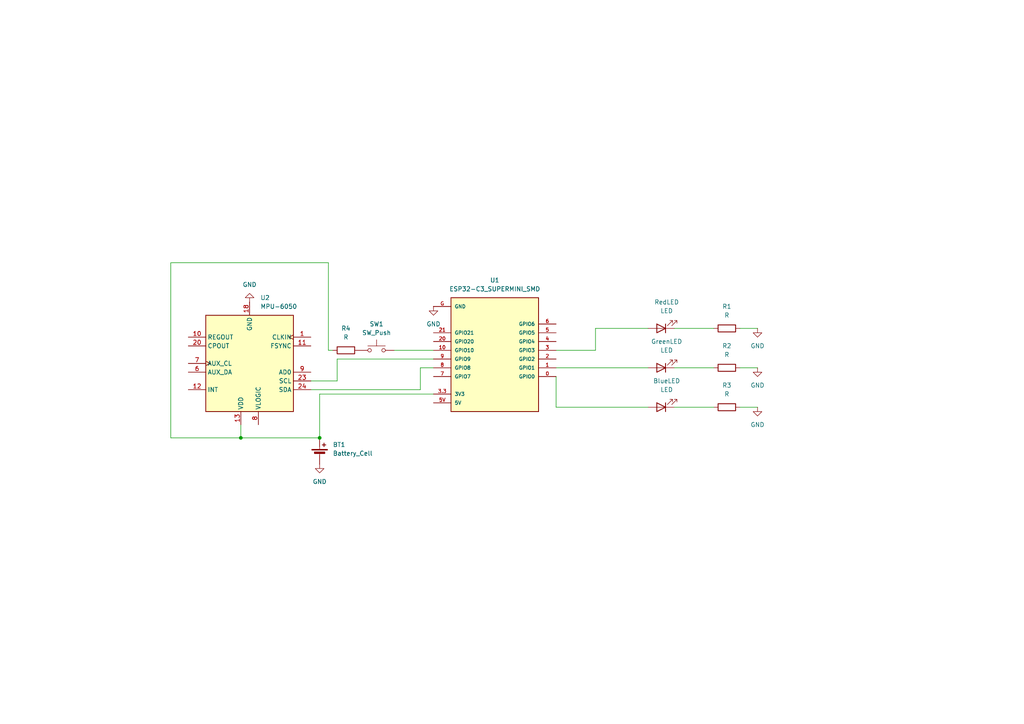
<source format=kicad_sch>
(kicad_sch
	(version 20250114)
	(generator "eeschema")
	(generator_version "9.0")
	(uuid "a167a866-e342-4e12-89b6-303473c7ed23")
	(paper "A4")
	(lib_symbols
		(symbol "Device:Battery_Cell"
			(pin_numbers
				(hide yes)
			)
			(pin_names
				(offset 0)
				(hide yes)
			)
			(exclude_from_sim no)
			(in_bom yes)
			(on_board yes)
			(property "Reference" "BT"
				(at 2.54 2.54 0)
				(effects
					(font
						(size 1.27 1.27)
					)
					(justify left)
				)
			)
			(property "Value" "Battery_Cell"
				(at 2.54 0 0)
				(effects
					(font
						(size 1.27 1.27)
					)
					(justify left)
				)
			)
			(property "Footprint" ""
				(at 0 1.524 90)
				(effects
					(font
						(size 1.27 1.27)
					)
					(hide yes)
				)
			)
			(property "Datasheet" "~"
				(at 0 1.524 90)
				(effects
					(font
						(size 1.27 1.27)
					)
					(hide yes)
				)
			)
			(property "Description" "Single-cell battery"
				(at 0 0 0)
				(effects
					(font
						(size 1.27 1.27)
					)
					(hide yes)
				)
			)
			(property "ki_keywords" "battery cell"
				(at 0 0 0)
				(effects
					(font
						(size 1.27 1.27)
					)
					(hide yes)
				)
			)
			(symbol "Battery_Cell_0_1"
				(rectangle
					(start -2.286 1.778)
					(end 2.286 1.524)
					(stroke
						(width 0)
						(type default)
					)
					(fill
						(type outline)
					)
				)
				(rectangle
					(start -1.524 1.016)
					(end 1.524 0.508)
					(stroke
						(width 0)
						(type default)
					)
					(fill
						(type outline)
					)
				)
				(polyline
					(pts
						(xy 0 1.778) (xy 0 2.54)
					)
					(stroke
						(width 0)
						(type default)
					)
					(fill
						(type none)
					)
				)
				(polyline
					(pts
						(xy 0 0.762) (xy 0 0)
					)
					(stroke
						(width 0)
						(type default)
					)
					(fill
						(type none)
					)
				)
				(polyline
					(pts
						(xy 0.762 3.048) (xy 1.778 3.048)
					)
					(stroke
						(width 0.254)
						(type default)
					)
					(fill
						(type none)
					)
				)
				(polyline
					(pts
						(xy 1.27 3.556) (xy 1.27 2.54)
					)
					(stroke
						(width 0.254)
						(type default)
					)
					(fill
						(type none)
					)
				)
			)
			(symbol "Battery_Cell_1_1"
				(pin passive line
					(at 0 5.08 270)
					(length 2.54)
					(name "+"
						(effects
							(font
								(size 1.27 1.27)
							)
						)
					)
					(number "1"
						(effects
							(font
								(size 1.27 1.27)
							)
						)
					)
				)
				(pin passive line
					(at 0 -2.54 90)
					(length 2.54)
					(name "-"
						(effects
							(font
								(size 1.27 1.27)
							)
						)
					)
					(number "2"
						(effects
							(font
								(size 1.27 1.27)
							)
						)
					)
				)
			)
			(embedded_fonts no)
		)
		(symbol "Device:LED"
			(pin_numbers
				(hide yes)
			)
			(pin_names
				(offset 1.016)
				(hide yes)
			)
			(exclude_from_sim no)
			(in_bom yes)
			(on_board yes)
			(property "Reference" "D"
				(at 0 2.54 0)
				(effects
					(font
						(size 1.27 1.27)
					)
				)
			)
			(property "Value" "LED"
				(at 0 -2.54 0)
				(effects
					(font
						(size 1.27 1.27)
					)
				)
			)
			(property "Footprint" ""
				(at 0 0 0)
				(effects
					(font
						(size 1.27 1.27)
					)
					(hide yes)
				)
			)
			(property "Datasheet" "~"
				(at 0 0 0)
				(effects
					(font
						(size 1.27 1.27)
					)
					(hide yes)
				)
			)
			(property "Description" "Light emitting diode"
				(at 0 0 0)
				(effects
					(font
						(size 1.27 1.27)
					)
					(hide yes)
				)
			)
			(property "Sim.Pins" "1=K 2=A"
				(at 0 0 0)
				(effects
					(font
						(size 1.27 1.27)
					)
					(hide yes)
				)
			)
			(property "ki_keywords" "LED diode"
				(at 0 0 0)
				(effects
					(font
						(size 1.27 1.27)
					)
					(hide yes)
				)
			)
			(property "ki_fp_filters" "LED* LED_SMD:* LED_THT:*"
				(at 0 0 0)
				(effects
					(font
						(size 1.27 1.27)
					)
					(hide yes)
				)
			)
			(symbol "LED_0_1"
				(polyline
					(pts
						(xy -3.048 -0.762) (xy -4.572 -2.286) (xy -3.81 -2.286) (xy -4.572 -2.286) (xy -4.572 -1.524)
					)
					(stroke
						(width 0)
						(type default)
					)
					(fill
						(type none)
					)
				)
				(polyline
					(pts
						(xy -1.778 -0.762) (xy -3.302 -2.286) (xy -2.54 -2.286) (xy -3.302 -2.286) (xy -3.302 -1.524)
					)
					(stroke
						(width 0)
						(type default)
					)
					(fill
						(type none)
					)
				)
				(polyline
					(pts
						(xy -1.27 0) (xy 1.27 0)
					)
					(stroke
						(width 0)
						(type default)
					)
					(fill
						(type none)
					)
				)
				(polyline
					(pts
						(xy -1.27 -1.27) (xy -1.27 1.27)
					)
					(stroke
						(width 0.254)
						(type default)
					)
					(fill
						(type none)
					)
				)
				(polyline
					(pts
						(xy 1.27 -1.27) (xy 1.27 1.27) (xy -1.27 0) (xy 1.27 -1.27)
					)
					(stroke
						(width 0.254)
						(type default)
					)
					(fill
						(type none)
					)
				)
			)
			(symbol "LED_1_1"
				(pin passive line
					(at -3.81 0 0)
					(length 2.54)
					(name "K"
						(effects
							(font
								(size 1.27 1.27)
							)
						)
					)
					(number "1"
						(effects
							(font
								(size 1.27 1.27)
							)
						)
					)
				)
				(pin passive line
					(at 3.81 0 180)
					(length 2.54)
					(name "A"
						(effects
							(font
								(size 1.27 1.27)
							)
						)
					)
					(number "2"
						(effects
							(font
								(size 1.27 1.27)
							)
						)
					)
				)
			)
			(embedded_fonts no)
		)
		(symbol "Device:R"
			(pin_numbers
				(hide yes)
			)
			(pin_names
				(offset 0)
			)
			(exclude_from_sim no)
			(in_bom yes)
			(on_board yes)
			(property "Reference" "R"
				(at 2.032 0 90)
				(effects
					(font
						(size 1.27 1.27)
					)
				)
			)
			(property "Value" "R"
				(at 0 0 90)
				(effects
					(font
						(size 1.27 1.27)
					)
				)
			)
			(property "Footprint" ""
				(at -1.778 0 90)
				(effects
					(font
						(size 1.27 1.27)
					)
					(hide yes)
				)
			)
			(property "Datasheet" "~"
				(at 0 0 0)
				(effects
					(font
						(size 1.27 1.27)
					)
					(hide yes)
				)
			)
			(property "Description" "Resistor"
				(at 0 0 0)
				(effects
					(font
						(size 1.27 1.27)
					)
					(hide yes)
				)
			)
			(property "ki_keywords" "R res resistor"
				(at 0 0 0)
				(effects
					(font
						(size 1.27 1.27)
					)
					(hide yes)
				)
			)
			(property "ki_fp_filters" "R_*"
				(at 0 0 0)
				(effects
					(font
						(size 1.27 1.27)
					)
					(hide yes)
				)
			)
			(symbol "R_0_1"
				(rectangle
					(start -1.016 -2.54)
					(end 1.016 2.54)
					(stroke
						(width 0.254)
						(type default)
					)
					(fill
						(type none)
					)
				)
			)
			(symbol "R_1_1"
				(pin passive line
					(at 0 3.81 270)
					(length 1.27)
					(name "~"
						(effects
							(font
								(size 1.27 1.27)
							)
						)
					)
					(number "1"
						(effects
							(font
								(size 1.27 1.27)
							)
						)
					)
				)
				(pin passive line
					(at 0 -3.81 90)
					(length 1.27)
					(name "~"
						(effects
							(font
								(size 1.27 1.27)
							)
						)
					)
					(number "2"
						(effects
							(font
								(size 1.27 1.27)
							)
						)
					)
				)
			)
			(embedded_fonts no)
		)
		(symbol "ESP32-C3_SUPERMINI_SMD:ESP32-C3_SUPERMINI_SMD"
			(pin_names
				(offset 1.016)
			)
			(exclude_from_sim no)
			(in_bom yes)
			(on_board yes)
			(property "Reference" "U"
				(at -12.7 16.002 0)
				(effects
					(font
						(size 1.27 1.27)
					)
					(justify left bottom)
				)
			)
			(property "Value" "ESP32-C3_SUPERMINI_SMD"
				(at -12.7 -20.32 0)
				(effects
					(font
						(size 1.27 1.27)
					)
					(justify left bottom)
				)
			)
			(property "Footprint" "ESP32-C3_SUPERMINI_SMD:MODULE_ESP32-C3_SUPERMINI"
				(at 0 0 0)
				(effects
					(font
						(size 1.27 1.27)
					)
					(justify bottom)
					(hide yes)
				)
			)
			(property "Datasheet" ""
				(at 0 0 0)
				(effects
					(font
						(size 1.27 1.27)
					)
					(hide yes)
				)
			)
			(property "Description" ""
				(at 0 0 0)
				(effects
					(font
						(size 1.27 1.27)
					)
					(hide yes)
				)
			)
			(property "MF" "Espressif Systems"
				(at 0 0 0)
				(effects
					(font
						(size 1.27 1.27)
					)
					(justify bottom)
					(hide yes)
				)
			)
			(property "MAXIMUM_PACKAGE_HEIGHT" "4.2mm"
				(at 0 0 0)
				(effects
					(font
						(size 1.27 1.27)
					)
					(justify bottom)
					(hide yes)
				)
			)
			(property "Package" "None"
				(at 0 0 0)
				(effects
					(font
						(size 1.27 1.27)
					)
					(justify bottom)
					(hide yes)
				)
			)
			(property "Price" "None"
				(at 0 0 0)
				(effects
					(font
						(size 1.27 1.27)
					)
					(justify bottom)
					(hide yes)
				)
			)
			(property "Check_prices" "https://www.snapeda.com/parts/ESP32-C3%20SuperMini_SMD/Espressif+Systems/view-part/?ref=eda"
				(at 0 0 0)
				(effects
					(font
						(size 1.27 1.27)
					)
					(justify bottom)
					(hide yes)
				)
			)
			(property "STANDARD" "Manufacturer Recommendations"
				(at 0 0 0)
				(effects
					(font
						(size 1.27 1.27)
					)
					(justify bottom)
					(hide yes)
				)
			)
			(property "PARTREV" ""
				(at 0 0 0)
				(effects
					(font
						(size 1.27 1.27)
					)
					(justify bottom)
					(hide yes)
				)
			)
			(property "SnapEDA_Link" "https://www.snapeda.com/parts/ESP32-C3%20SuperMini_SMD/Espressif+Systems/view-part/?ref=snap"
				(at 0 0 0)
				(effects
					(font
						(size 1.27 1.27)
					)
					(justify bottom)
					(hide yes)
				)
			)
			(property "MP" "ESP32-C3 SuperMini_SMD"
				(at 0 0 0)
				(effects
					(font
						(size 1.27 1.27)
					)
					(justify bottom)
					(hide yes)
				)
			)
			(property "Description_1" "Super tiny ESP32-C3 board"
				(at 0 0 0)
				(effects
					(font
						(size 1.27 1.27)
					)
					(justify bottom)
					(hide yes)
				)
			)
			(property "Availability" "Not in stock"
				(at 0 0 0)
				(effects
					(font
						(size 1.27 1.27)
					)
					(justify bottom)
					(hide yes)
				)
			)
			(property "MANUFACTURER" "Espressif"
				(at 0 0 0)
				(effects
					(font
						(size 1.27 1.27)
					)
					(justify bottom)
					(hide yes)
				)
			)
			(symbol "ESP32-C3_SUPERMINI_SMD_0_0"
				(rectangle
					(start -12.7 -17.78)
					(end 12.7 15.24)
					(stroke
						(width 0.254)
						(type default)
					)
					(fill
						(type background)
					)
				)
				(pin bidirectional line
					(at -17.78 5.08 0)
					(length 5.08)
					(name "GPIO0"
						(effects
							(font
								(size 1.016 1.016)
							)
						)
					)
					(number "0"
						(effects
							(font
								(size 1.016 1.016)
							)
						)
					)
				)
				(pin bidirectional line
					(at -17.78 2.54 0)
					(length 5.08)
					(name "GPIO1"
						(effects
							(font
								(size 1.016 1.016)
							)
						)
					)
					(number "1"
						(effects
							(font
								(size 1.016 1.016)
							)
						)
					)
				)
				(pin bidirectional line
					(at -17.78 0 0)
					(length 5.08)
					(name "GPIO2"
						(effects
							(font
								(size 1.016 1.016)
							)
						)
					)
					(number "2"
						(effects
							(font
								(size 1.016 1.016)
							)
						)
					)
				)
				(pin bidirectional line
					(at -17.78 -2.54 0)
					(length 5.08)
					(name "GPIO3"
						(effects
							(font
								(size 1.016 1.016)
							)
						)
					)
					(number "3"
						(effects
							(font
								(size 1.016 1.016)
							)
						)
					)
				)
				(pin bidirectional line
					(at -17.78 -5.08 0)
					(length 5.08)
					(name "GPIO4"
						(effects
							(font
								(size 1.016 1.016)
							)
						)
					)
					(number "4"
						(effects
							(font
								(size 1.016 1.016)
							)
						)
					)
				)
				(pin bidirectional line
					(at -17.78 -7.62 0)
					(length 5.08)
					(name "GPIO5"
						(effects
							(font
								(size 1.016 1.016)
							)
						)
					)
					(number "5"
						(effects
							(font
								(size 1.016 1.016)
							)
						)
					)
				)
				(pin bidirectional line
					(at -17.78 -10.16 0)
					(length 5.08)
					(name "GPIO6"
						(effects
							(font
								(size 1.016 1.016)
							)
						)
					)
					(number "6"
						(effects
							(font
								(size 1.016 1.016)
							)
						)
					)
				)
				(pin power_in line
					(at 17.78 12.7 180)
					(length 5.08)
					(name "5V"
						(effects
							(font
								(size 1.016 1.016)
							)
						)
					)
					(number "5V"
						(effects
							(font
								(size 1.016 1.016)
							)
						)
					)
				)
				(pin power_in line
					(at 17.78 10.16 180)
					(length 5.08)
					(name "3V3"
						(effects
							(font
								(size 1.016 1.016)
							)
						)
					)
					(number "3.3"
						(effects
							(font
								(size 1.016 1.016)
							)
						)
					)
				)
				(pin bidirectional line
					(at 17.78 5.08 180)
					(length 5.08)
					(name "GPIO7"
						(effects
							(font
								(size 1.016 1.016)
							)
						)
					)
					(number "7"
						(effects
							(font
								(size 1.016 1.016)
							)
						)
					)
				)
				(pin bidirectional line
					(at 17.78 2.54 180)
					(length 5.08)
					(name "GPIO8"
						(effects
							(font
								(size 1.016 1.016)
							)
						)
					)
					(number "8"
						(effects
							(font
								(size 1.016 1.016)
							)
						)
					)
				)
				(pin bidirectional line
					(at 17.78 0 180)
					(length 5.08)
					(name "GPIO9"
						(effects
							(font
								(size 1.016 1.016)
							)
						)
					)
					(number "9"
						(effects
							(font
								(size 1.016 1.016)
							)
						)
					)
				)
				(pin bidirectional line
					(at 17.78 -2.54 180)
					(length 5.08)
					(name "GPIO10"
						(effects
							(font
								(size 1.016 1.016)
							)
						)
					)
					(number "10"
						(effects
							(font
								(size 1.016 1.016)
							)
						)
					)
				)
				(pin bidirectional line
					(at 17.78 -5.08 180)
					(length 5.08)
					(name "GPIO20"
						(effects
							(font
								(size 1.016 1.016)
							)
						)
					)
					(number "20"
						(effects
							(font
								(size 1.016 1.016)
							)
						)
					)
				)
				(pin bidirectional line
					(at 17.78 -7.62 180)
					(length 5.08)
					(name "GPIO21"
						(effects
							(font
								(size 1.016 1.016)
							)
						)
					)
					(number "21"
						(effects
							(font
								(size 1.016 1.016)
							)
						)
					)
				)
				(pin power_in line
					(at 17.78 -15.24 180)
					(length 5.08)
					(name "GND"
						(effects
							(font
								(size 1.016 1.016)
							)
						)
					)
					(number "G"
						(effects
							(font
								(size 1.016 1.016)
							)
						)
					)
				)
			)
			(embedded_fonts no)
		)
		(symbol "Sensor_Motion:MPU-6050"
			(exclude_from_sim no)
			(in_bom yes)
			(on_board yes)
			(property "Reference" "U"
				(at -11.43 13.97 0)
				(effects
					(font
						(size 1.27 1.27)
					)
				)
			)
			(property "Value" "MPU-6050"
				(at 7.62 -15.24 0)
				(effects
					(font
						(size 1.27 1.27)
					)
				)
			)
			(property "Footprint" "Sensor_Motion:InvenSense_QFN-24_4x4mm_P0.5mm"
				(at 0 -20.32 0)
				(effects
					(font
						(size 1.27 1.27)
					)
					(hide yes)
				)
			)
			(property "Datasheet" "https://invensense.tdk.com/wp-content/uploads/2015/02/MPU-6000-Datasheet1.pdf"
				(at 0 -3.81 0)
				(effects
					(font
						(size 1.27 1.27)
					)
					(hide yes)
				)
			)
			(property "Description" "InvenSense 6-Axis Motion Sensor, Gyroscope, Accelerometer, I2C"
				(at 0 0 0)
				(effects
					(font
						(size 1.27 1.27)
					)
					(hide yes)
				)
			)
			(property "ki_keywords" "mems"
				(at 0 0 0)
				(effects
					(font
						(size 1.27 1.27)
					)
					(hide yes)
				)
			)
			(property "ki_fp_filters" "*QFN*4x4mm*P0.5mm*"
				(at 0 0 0)
				(effects
					(font
						(size 1.27 1.27)
					)
					(hide yes)
				)
			)
			(symbol "MPU-6050_0_0"
				(text ""
					(at 12.7 -2.54 0)
					(effects
						(font
							(size 1.27 1.27)
						)
					)
				)
			)
			(symbol "MPU-6050_0_1"
				(rectangle
					(start -12.7 13.97)
					(end 12.7 -13.97)
					(stroke
						(width 0.254)
						(type default)
					)
					(fill
						(type background)
					)
				)
			)
			(symbol "MPU-6050_1_1"
				(pin bidirectional line
					(at -17.78 7.62 0)
					(length 5.08)
					(name "SDA"
						(effects
							(font
								(size 1.27 1.27)
							)
						)
					)
					(number "24"
						(effects
							(font
								(size 1.27 1.27)
							)
						)
					)
				)
				(pin input line
					(at -17.78 5.08 0)
					(length 5.08)
					(name "SCL"
						(effects
							(font
								(size 1.27 1.27)
							)
						)
					)
					(number "23"
						(effects
							(font
								(size 1.27 1.27)
							)
						)
					)
				)
				(pin input line
					(at -17.78 2.54 0)
					(length 5.08)
					(name "AD0"
						(effects
							(font
								(size 1.27 1.27)
							)
						)
					)
					(number "9"
						(effects
							(font
								(size 1.27 1.27)
							)
						)
					)
				)
				(pin input line
					(at -17.78 -5.08 0)
					(length 5.08)
					(name "FSYNC"
						(effects
							(font
								(size 1.27 1.27)
							)
						)
					)
					(number "11"
						(effects
							(font
								(size 1.27 1.27)
							)
						)
					)
				)
				(pin input clock
					(at -17.78 -7.62 0)
					(length 5.08)
					(name "CLKIN"
						(effects
							(font
								(size 1.27 1.27)
							)
						)
					)
					(number "1"
						(effects
							(font
								(size 1.27 1.27)
							)
						)
					)
				)
				(pin no_connect line
					(at -12.7 12.7 0)
					(length 2.54)
					(hide yes)
					(name "NC"
						(effects
							(font
								(size 1.27 1.27)
							)
						)
					)
					(number "2"
						(effects
							(font
								(size 1.27 1.27)
							)
						)
					)
				)
				(pin no_connect line
					(at -12.7 10.16 0)
					(length 2.54)
					(hide yes)
					(name "NC"
						(effects
							(font
								(size 1.27 1.27)
							)
						)
					)
					(number "3"
						(effects
							(font
								(size 1.27 1.27)
							)
						)
					)
				)
				(pin no_connect line
					(at -12.7 0 0)
					(length 2.54)
					(hide yes)
					(name "NC"
						(effects
							(font
								(size 1.27 1.27)
							)
						)
					)
					(number "4"
						(effects
							(font
								(size 1.27 1.27)
							)
						)
					)
				)
				(pin no_connect line
					(at -12.7 -2.54 0)
					(length 2.54)
					(hide yes)
					(name "NC"
						(effects
							(font
								(size 1.27 1.27)
							)
						)
					)
					(number "5"
						(effects
							(font
								(size 1.27 1.27)
							)
						)
					)
				)
				(pin no_connect line
					(at -12.7 -10.16 0)
					(length 2.54)
					(hide yes)
					(name "NC"
						(effects
							(font
								(size 1.27 1.27)
							)
						)
					)
					(number "14"
						(effects
							(font
								(size 1.27 1.27)
							)
						)
					)
				)
				(pin power_in line
					(at -2.54 17.78 270)
					(length 3.81)
					(name "VLOGIC"
						(effects
							(font
								(size 1.27 1.27)
							)
						)
					)
					(number "8"
						(effects
							(font
								(size 1.27 1.27)
							)
						)
					)
				)
				(pin power_in line
					(at 0 -17.78 90)
					(length 3.81)
					(name "GND"
						(effects
							(font
								(size 1.27 1.27)
							)
						)
					)
					(number "18"
						(effects
							(font
								(size 1.27 1.27)
							)
						)
					)
				)
				(pin power_in line
					(at 2.54 17.78 270)
					(length 3.81)
					(name "VDD"
						(effects
							(font
								(size 1.27 1.27)
							)
						)
					)
					(number "13"
						(effects
							(font
								(size 1.27 1.27)
							)
						)
					)
				)
				(pin no_connect line
					(at 12.7 12.7 180)
					(length 2.54)
					(hide yes)
					(name "NC"
						(effects
							(font
								(size 1.27 1.27)
							)
						)
					)
					(number "15"
						(effects
							(font
								(size 1.27 1.27)
							)
						)
					)
				)
				(pin no_connect line
					(at 12.7 10.16 180)
					(length 2.54)
					(hide yes)
					(name "NC"
						(effects
							(font
								(size 1.27 1.27)
							)
						)
					)
					(number "16"
						(effects
							(font
								(size 1.27 1.27)
							)
						)
					)
				)
				(pin no_connect line
					(at 12.7 5.08 180)
					(length 2.54)
					(hide yes)
					(name "NC"
						(effects
							(font
								(size 1.27 1.27)
							)
						)
					)
					(number "17"
						(effects
							(font
								(size 1.27 1.27)
							)
						)
					)
				)
				(pin no_connect line
					(at 12.7 -2.54 180)
					(length 2.54)
					(hide yes)
					(name "RESV"
						(effects
							(font
								(size 1.27 1.27)
							)
						)
					)
					(number "21"
						(effects
							(font
								(size 1.27 1.27)
							)
						)
					)
				)
				(pin no_connect line
					(at 12.7 -10.16 180)
					(length 2.54)
					(hide yes)
					(name "RESV"
						(effects
							(font
								(size 1.27 1.27)
							)
						)
					)
					(number "19"
						(effects
							(font
								(size 1.27 1.27)
							)
						)
					)
				)
				(pin no_connect line
					(at 12.7 -12.7 180)
					(length 2.54)
					(hide yes)
					(name "RESV"
						(effects
							(font
								(size 1.27 1.27)
							)
						)
					)
					(number "22"
						(effects
							(font
								(size 1.27 1.27)
							)
						)
					)
				)
				(pin output line
					(at 17.78 7.62 180)
					(length 5.08)
					(name "INT"
						(effects
							(font
								(size 1.27 1.27)
							)
						)
					)
					(number "12"
						(effects
							(font
								(size 1.27 1.27)
							)
						)
					)
				)
				(pin bidirectional line
					(at 17.78 2.54 180)
					(length 5.08)
					(name "AUX_DA"
						(effects
							(font
								(size 1.27 1.27)
							)
						)
					)
					(number "6"
						(effects
							(font
								(size 1.27 1.27)
							)
						)
					)
				)
				(pin output clock
					(at 17.78 0 180)
					(length 5.08)
					(name "AUX_CL"
						(effects
							(font
								(size 1.27 1.27)
							)
						)
					)
					(number "7"
						(effects
							(font
								(size 1.27 1.27)
							)
						)
					)
				)
				(pin passive line
					(at 17.78 -5.08 180)
					(length 5.08)
					(name "CPOUT"
						(effects
							(font
								(size 1.27 1.27)
							)
						)
					)
					(number "20"
						(effects
							(font
								(size 1.27 1.27)
							)
						)
					)
				)
				(pin passive line
					(at 17.78 -7.62 180)
					(length 5.08)
					(name "REGOUT"
						(effects
							(font
								(size 1.27 1.27)
							)
						)
					)
					(number "10"
						(effects
							(font
								(size 1.27 1.27)
							)
						)
					)
				)
			)
			(embedded_fonts no)
		)
		(symbol "Switch:SW_Push"
			(pin_numbers
				(hide yes)
			)
			(pin_names
				(offset 1.016)
				(hide yes)
			)
			(exclude_from_sim no)
			(in_bom yes)
			(on_board yes)
			(property "Reference" "SW"
				(at 1.27 2.54 0)
				(effects
					(font
						(size 1.27 1.27)
					)
					(justify left)
				)
			)
			(property "Value" "SW_Push"
				(at 0 -1.524 0)
				(effects
					(font
						(size 1.27 1.27)
					)
				)
			)
			(property "Footprint" ""
				(at 0 5.08 0)
				(effects
					(font
						(size 1.27 1.27)
					)
					(hide yes)
				)
			)
			(property "Datasheet" "~"
				(at 0 5.08 0)
				(effects
					(font
						(size 1.27 1.27)
					)
					(hide yes)
				)
			)
			(property "Description" "Push button switch, generic, two pins"
				(at 0 0 0)
				(effects
					(font
						(size 1.27 1.27)
					)
					(hide yes)
				)
			)
			(property "ki_keywords" "switch normally-open pushbutton push-button"
				(at 0 0 0)
				(effects
					(font
						(size 1.27 1.27)
					)
					(hide yes)
				)
			)
			(symbol "SW_Push_0_1"
				(circle
					(center -2.032 0)
					(radius 0.508)
					(stroke
						(width 0)
						(type default)
					)
					(fill
						(type none)
					)
				)
				(polyline
					(pts
						(xy 0 1.27) (xy 0 3.048)
					)
					(stroke
						(width 0)
						(type default)
					)
					(fill
						(type none)
					)
				)
				(circle
					(center 2.032 0)
					(radius 0.508)
					(stroke
						(width 0)
						(type default)
					)
					(fill
						(type none)
					)
				)
				(polyline
					(pts
						(xy 2.54 1.27) (xy -2.54 1.27)
					)
					(stroke
						(width 0)
						(type default)
					)
					(fill
						(type none)
					)
				)
				(pin passive line
					(at -5.08 0 0)
					(length 2.54)
					(name "1"
						(effects
							(font
								(size 1.27 1.27)
							)
						)
					)
					(number "1"
						(effects
							(font
								(size 1.27 1.27)
							)
						)
					)
				)
				(pin passive line
					(at 5.08 0 180)
					(length 2.54)
					(name "2"
						(effects
							(font
								(size 1.27 1.27)
							)
						)
					)
					(number "2"
						(effects
							(font
								(size 1.27 1.27)
							)
						)
					)
				)
			)
			(embedded_fonts no)
		)
		(symbol "power:GND"
			(power)
			(pin_numbers
				(hide yes)
			)
			(pin_names
				(offset 0)
				(hide yes)
			)
			(exclude_from_sim no)
			(in_bom yes)
			(on_board yes)
			(property "Reference" "#PWR"
				(at 0 -6.35 0)
				(effects
					(font
						(size 1.27 1.27)
					)
					(hide yes)
				)
			)
			(property "Value" "GND"
				(at 0 -3.81 0)
				(effects
					(font
						(size 1.27 1.27)
					)
				)
			)
			(property "Footprint" ""
				(at 0 0 0)
				(effects
					(font
						(size 1.27 1.27)
					)
					(hide yes)
				)
			)
			(property "Datasheet" ""
				(at 0 0 0)
				(effects
					(font
						(size 1.27 1.27)
					)
					(hide yes)
				)
			)
			(property "Description" "Power symbol creates a global label with name \"GND\" , ground"
				(at 0 0 0)
				(effects
					(font
						(size 1.27 1.27)
					)
					(hide yes)
				)
			)
			(property "ki_keywords" "global power"
				(at 0 0 0)
				(effects
					(font
						(size 1.27 1.27)
					)
					(hide yes)
				)
			)
			(symbol "GND_0_1"
				(polyline
					(pts
						(xy 0 0) (xy 0 -1.27) (xy 1.27 -1.27) (xy 0 -2.54) (xy -1.27 -1.27) (xy 0 -1.27)
					)
					(stroke
						(width 0)
						(type default)
					)
					(fill
						(type none)
					)
				)
			)
			(symbol "GND_1_1"
				(pin power_in line
					(at 0 0 270)
					(length 0)
					(name "~"
						(effects
							(font
								(size 1.27 1.27)
							)
						)
					)
					(number "1"
						(effects
							(font
								(size 1.27 1.27)
							)
						)
					)
				)
			)
			(embedded_fonts no)
		)
	)
	(junction
		(at 92.71 127)
		(diameter 0)
		(color 0 0 0 0)
		(uuid "209977b6-a40b-4ddf-8c4a-f46cbc9ea619")
	)
	(junction
		(at 69.85 127)
		(diameter 0)
		(color 0 0 0 0)
		(uuid "57806119-0870-4a35-9561-3ca2184c1f08")
	)
	(wire
		(pts
			(xy 214.63 95.25) (xy 219.71 95.25)
		)
		(stroke
			(width 0)
			(type default)
		)
		(uuid "032ddbe2-5128-46cd-8443-08b9fa42a1ec")
	)
	(wire
		(pts
			(xy 69.85 127) (xy 92.71 127)
		)
		(stroke
			(width 0)
			(type default)
		)
		(uuid "10925e10-cb8f-4617-a114-33a22f67b13a")
	)
	(wire
		(pts
			(xy 161.29 109.22) (xy 161.29 118.11)
		)
		(stroke
			(width 0)
			(type default)
		)
		(uuid "1374e7ff-f373-4582-925b-bd60d8e157c2")
	)
	(wire
		(pts
			(xy 214.63 106.68) (xy 219.71 106.68)
		)
		(stroke
			(width 0)
			(type default)
		)
		(uuid "19996e2e-a41f-40db-8e7c-b8f96e4ac559")
	)
	(wire
		(pts
			(xy 172.72 95.25) (xy 187.96 95.25)
		)
		(stroke
			(width 0)
			(type default)
		)
		(uuid "32ba6db7-269e-4045-8de4-96b871a1601c")
	)
	(wire
		(pts
			(xy 90.17 113.03) (xy 121.92 113.03)
		)
		(stroke
			(width 0)
			(type default)
		)
		(uuid "3a1119e5-cc9a-4946-82b0-7c5d236020b7")
	)
	(wire
		(pts
			(xy 90.17 110.49) (xy 97.79 110.49)
		)
		(stroke
			(width 0)
			(type default)
		)
		(uuid "44a0d95a-4940-4afd-8bf0-cd3b957a93e8")
	)
	(wire
		(pts
			(xy 49.53 76.2) (xy 49.53 127)
		)
		(stroke
			(width 0)
			(type default)
		)
		(uuid "4d6239cf-365c-407d-a6f6-395a4f325812")
	)
	(wire
		(pts
			(xy 161.29 101.6) (xy 172.72 101.6)
		)
		(stroke
			(width 0)
			(type default)
		)
		(uuid "54ae6c63-b4d5-48d1-98bc-41592752b1c6")
	)
	(wire
		(pts
			(xy 195.58 95.25) (xy 207.01 95.25)
		)
		(stroke
			(width 0)
			(type default)
		)
		(uuid "56ea22f9-794f-4aee-b4e0-710c317fdee4")
	)
	(wire
		(pts
			(xy 97.79 104.14) (xy 97.79 110.49)
		)
		(stroke
			(width 0)
			(type default)
		)
		(uuid "6d849535-28ab-481d-82b0-d5758feb6fd8")
	)
	(wire
		(pts
			(xy 95.25 101.6) (xy 96.52 101.6)
		)
		(stroke
			(width 0)
			(type default)
		)
		(uuid "738cdede-e7dd-4f51-8c4c-a0893656bf01")
	)
	(wire
		(pts
			(xy 95.25 76.2) (xy 95.25 101.6)
		)
		(stroke
			(width 0)
			(type default)
		)
		(uuid "8370797a-7417-47b9-a7fc-4ef7e01a6150")
	)
	(wire
		(pts
			(xy 121.92 106.68) (xy 125.73 106.68)
		)
		(stroke
			(width 0)
			(type default)
		)
		(uuid "88ce1be3-ebee-403d-8d09-4895fa418531")
	)
	(wire
		(pts
			(xy 92.71 114.3) (xy 92.71 127)
		)
		(stroke
			(width 0)
			(type default)
		)
		(uuid "88d30cd8-c5d4-4985-a821-e50e9a369e59")
	)
	(wire
		(pts
			(xy 214.63 118.11) (xy 219.71 118.11)
		)
		(stroke
			(width 0)
			(type default)
		)
		(uuid "8c3df65e-c983-4472-aec7-344978b4689f")
	)
	(wire
		(pts
			(xy 125.73 104.14) (xy 97.79 104.14)
		)
		(stroke
			(width 0)
			(type default)
		)
		(uuid "8cd6e936-1721-4f41-baed-cc6eb3faa7a5")
	)
	(wire
		(pts
			(xy 69.85 123.19) (xy 69.85 127)
		)
		(stroke
			(width 0)
			(type default)
		)
		(uuid "922cb1fd-3b5e-4068-b933-f642690202c9")
	)
	(wire
		(pts
			(xy 125.73 114.3) (xy 92.71 114.3)
		)
		(stroke
			(width 0)
			(type default)
		)
		(uuid "93fccb36-bdd2-4989-b9e5-a47d3771d7bc")
	)
	(wire
		(pts
			(xy 161.29 118.11) (xy 187.96 118.11)
		)
		(stroke
			(width 0)
			(type default)
		)
		(uuid "97b1abe0-1505-4e30-95d3-6184c54d4814")
	)
	(wire
		(pts
			(xy 161.29 106.68) (xy 187.96 106.68)
		)
		(stroke
			(width 0)
			(type default)
		)
		(uuid "a4c9276d-ddd1-4072-8950-d9dfa6f2bd52")
	)
	(wire
		(pts
			(xy 121.92 113.03) (xy 121.92 106.68)
		)
		(stroke
			(width 0)
			(type default)
		)
		(uuid "ac977b91-c7d4-46eb-b2f7-76d886307248")
	)
	(wire
		(pts
			(xy 49.53 127) (xy 69.85 127)
		)
		(stroke
			(width 0)
			(type default)
		)
		(uuid "b78af876-eb66-4a75-8f69-160b82a21f16")
	)
	(wire
		(pts
			(xy 195.58 118.11) (xy 207.01 118.11)
		)
		(stroke
			(width 0)
			(type default)
		)
		(uuid "bf847301-898c-461d-8d9a-d7ef7a1117e9")
	)
	(wire
		(pts
			(xy 172.72 101.6) (xy 172.72 95.25)
		)
		(stroke
			(width 0)
			(type default)
		)
		(uuid "ec62af37-7859-4db3-b29a-b073c2146f9c")
	)
	(wire
		(pts
			(xy 195.58 106.68) (xy 207.01 106.68)
		)
		(stroke
			(width 0)
			(type default)
		)
		(uuid "edf2c201-7fb6-4d48-a05e-4d5fb2c120eb")
	)
	(wire
		(pts
			(xy 95.25 76.2) (xy 49.53 76.2)
		)
		(stroke
			(width 0)
			(type default)
		)
		(uuid "f181e09a-4295-47cb-9010-fd4e8e8ff8a0")
	)
	(wire
		(pts
			(xy 114.3 101.6) (xy 125.73 101.6)
		)
		(stroke
			(width 0)
			(type default)
		)
		(uuid "fa2a7aa8-32c9-4a30-9de9-9dc7f221c549")
	)
	(symbol
		(lib_id "Sensor_Motion:MPU-6050")
		(at 72.39 105.41 180)
		(unit 1)
		(exclude_from_sim no)
		(in_bom yes)
		(on_board yes)
		(dnp no)
		(fields_autoplaced yes)
		(uuid "20149d93-c252-4dc4-bae4-851aeaf3a3dc")
		(property "Reference" "U2"
			(at 75.5081 86.36 0)
			(effects
				(font
					(size 1.27 1.27)
				)
				(justify right)
			)
		)
		(property "Value" "MPU-6050"
			(at 75.5081 88.9 0)
			(effects
				(font
					(size 1.27 1.27)
				)
				(justify right)
			)
		)
		(property "Footprint" "Sensor_Motion:InvenSense_QFN-24_4x4mm_P0.5mm"
			(at 72.39 85.09 0)
			(effects
				(font
					(size 1.27 1.27)
				)
				(hide yes)
			)
		)
		(property "Datasheet" "https://invensense.tdk.com/wp-content/uploads/2015/02/MPU-6000-Datasheet1.pdf"
			(at 72.39 101.6 0)
			(effects
				(font
					(size 1.27 1.27)
				)
				(hide yes)
			)
		)
		(property "Description" "InvenSense 6-Axis Motion Sensor, Gyroscope, Accelerometer, I2C"
			(at 72.39 105.41 0)
			(effects
				(font
					(size 1.27 1.27)
				)
				(hide yes)
			)
		)
		(pin "23"
			(uuid "6dafd4c7-2707-489e-b00b-d919cfbb94f5")
		)
		(pin "24"
			(uuid "cbd92bc8-0954-43a5-be7a-cc9d5e80ce74")
		)
		(pin "16"
			(uuid "77e4b322-edae-4aaa-900c-30aa832e6844")
		)
		(pin "22"
			(uuid "4079fca8-ff5d-4a79-b7e3-3457490a1f09")
		)
		(pin "21"
			(uuid "fd596b1b-44b4-4d09-b107-a132093e4808")
		)
		(pin "14"
			(uuid "5cd514a5-0c7d-4cb6-896b-3436711ac196")
		)
		(pin "10"
			(uuid "898b6b12-3041-47eb-93c4-8881ccdca6e4")
		)
		(pin "11"
			(uuid "fd0d7274-5401-4ab2-921c-dca6e5decf50")
		)
		(pin "2"
			(uuid "9d85f9c6-e0f5-446c-aa98-81390239e7fc")
		)
		(pin "4"
			(uuid "ea91d789-6126-4505-996c-3bcbf46fad71")
		)
		(pin "13"
			(uuid "fa3088f3-915b-4b96-afe7-6a691826112b")
		)
		(pin "15"
			(uuid "74893e0c-5816-43bb-a489-5961dceabb73")
		)
		(pin "1"
			(uuid "74a44221-4837-4d61-91ee-a0d68e1b1641")
		)
		(pin "9"
			(uuid "9691200a-ff83-46b2-9d00-57eb61bb04eb")
		)
		(pin "20"
			(uuid "994db4fa-c74c-48b7-8ff3-628f5342a6f1")
		)
		(pin "18"
			(uuid "d8c6f788-f4a2-414f-a0bd-bfa639704823")
		)
		(pin "19"
			(uuid "3faa8646-ae93-4b1e-842f-c9e85cb049e7")
		)
		(pin "12"
			(uuid "e375c7bd-1daf-482d-919f-de09390bf1d0")
		)
		(pin "6"
			(uuid "d64d3313-85ee-484c-9c9b-2c0a8053830f")
		)
		(pin "3"
			(uuid "f0fb755b-156c-4580-aa51-1b4b7183c6c8")
		)
		(pin "5"
			(uuid "9a62709c-2c57-435d-82f5-7d32479ee749")
		)
		(pin "8"
			(uuid "2cb0ad31-f298-4bf7-ae65-9ff5dd37fd04")
		)
		(pin "17"
			(uuid "b8b27c2d-1269-48f0-a567-a4f7ace12836")
		)
		(pin "7"
			(uuid "55c9c850-f2ef-4a26-9586-66f660cb44dc")
		)
		(instances
			(project ""
				(path "/a167a866-e342-4e12-89b6-303473c7ed23"
					(reference "U2")
					(unit 1)
				)
			)
		)
	)
	(symbol
		(lib_id "power:GND")
		(at 219.71 95.25 0)
		(unit 1)
		(exclude_from_sim no)
		(in_bom yes)
		(on_board yes)
		(dnp no)
		(fields_autoplaced yes)
		(uuid "20446e32-c57e-46a8-8426-5edb786964bb")
		(property "Reference" "#PWR01"
			(at 219.71 101.6 0)
			(effects
				(font
					(size 1.27 1.27)
				)
				(hide yes)
			)
		)
		(property "Value" "GND"
			(at 219.71 100.33 0)
			(effects
				(font
					(size 1.27 1.27)
				)
			)
		)
		(property "Footprint" ""
			(at 219.71 95.25 0)
			(effects
				(font
					(size 1.27 1.27)
				)
				(hide yes)
			)
		)
		(property "Datasheet" ""
			(at 219.71 95.25 0)
			(effects
				(font
					(size 1.27 1.27)
				)
				(hide yes)
			)
		)
		(property "Description" "Power symbol creates a global label with name \"GND\" , ground"
			(at 219.71 95.25 0)
			(effects
				(font
					(size 1.27 1.27)
				)
				(hide yes)
			)
		)
		(pin "1"
			(uuid "acb34a92-3969-4790-a7d5-25882fb44eed")
		)
		(instances
			(project ""
				(path "/a167a866-e342-4e12-89b6-303473c7ed23"
					(reference "#PWR01")
					(unit 1)
				)
			)
		)
	)
	(symbol
		(lib_id "power:GND")
		(at 125.73 88.9 0)
		(unit 1)
		(exclude_from_sim no)
		(in_bom yes)
		(on_board yes)
		(dnp no)
		(fields_autoplaced yes)
		(uuid "2368b788-a2a3-4715-b368-142a863d25c7")
		(property "Reference" "#PWR04"
			(at 125.73 95.25 0)
			(effects
				(font
					(size 1.27 1.27)
				)
				(hide yes)
			)
		)
		(property "Value" "GND"
			(at 125.73 93.98 0)
			(effects
				(font
					(size 1.27 1.27)
				)
			)
		)
		(property "Footprint" ""
			(at 125.73 88.9 0)
			(effects
				(font
					(size 1.27 1.27)
				)
				(hide yes)
			)
		)
		(property "Datasheet" ""
			(at 125.73 88.9 0)
			(effects
				(font
					(size 1.27 1.27)
				)
				(hide yes)
			)
		)
		(property "Description" "Power symbol creates a global label with name \"GND\" , ground"
			(at 125.73 88.9 0)
			(effects
				(font
					(size 1.27 1.27)
				)
				(hide yes)
			)
		)
		(pin "1"
			(uuid "d6e40ea2-0fd8-4bd6-a187-7bd3966099d8")
		)
		(instances
			(project ""
				(path "/a167a866-e342-4e12-89b6-303473c7ed23"
					(reference "#PWR04")
					(unit 1)
				)
			)
		)
	)
	(symbol
		(lib_id "Device:R")
		(at 210.82 95.25 90)
		(unit 1)
		(exclude_from_sim no)
		(in_bom yes)
		(on_board yes)
		(dnp no)
		(fields_autoplaced yes)
		(uuid "282b0db4-0be4-44aa-85d5-cd4a7b17454c")
		(property "Reference" "R1"
			(at 210.82 88.9 90)
			(effects
				(font
					(size 1.27 1.27)
				)
			)
		)
		(property "Value" "R"
			(at 210.82 91.44 90)
			(effects
				(font
					(size 1.27 1.27)
				)
			)
		)
		(property "Footprint" ""
			(at 210.82 97.028 90)
			(effects
				(font
					(size 1.27 1.27)
				)
				(hide yes)
			)
		)
		(property "Datasheet" "~"
			(at 210.82 95.25 0)
			(effects
				(font
					(size 1.27 1.27)
				)
				(hide yes)
			)
		)
		(property "Description" "Resistor"
			(at 210.82 95.25 0)
			(effects
				(font
					(size 1.27 1.27)
				)
				(hide yes)
			)
		)
		(pin "2"
			(uuid "cd65e058-4992-4252-86b4-189cc6f1f91e")
		)
		(pin "1"
			(uuid "38686d2c-e0d2-47e1-bece-59f760fe8239")
		)
		(instances
			(project ""
				(path "/a167a866-e342-4e12-89b6-303473c7ed23"
					(reference "R1")
					(unit 1)
				)
			)
		)
	)
	(symbol
		(lib_id "Device:Battery_Cell")
		(at 92.71 132.08 0)
		(unit 1)
		(exclude_from_sim no)
		(in_bom yes)
		(on_board yes)
		(dnp no)
		(fields_autoplaced yes)
		(uuid "295b10be-e5dd-4fa9-8927-67e1be7ccf67")
		(property "Reference" "BT1"
			(at 96.52 128.9684 0)
			(effects
				(font
					(size 1.27 1.27)
				)
				(justify left)
			)
		)
		(property "Value" "Battery_Cell"
			(at 96.52 131.5084 0)
			(effects
				(font
					(size 1.27 1.27)
				)
				(justify left)
			)
		)
		(property "Footprint" ""
			(at 92.71 130.556 90)
			(effects
				(font
					(size 1.27 1.27)
				)
				(hide yes)
			)
		)
		(property "Datasheet" "~"
			(at 92.71 130.556 90)
			(effects
				(font
					(size 1.27 1.27)
				)
				(hide yes)
			)
		)
		(property "Description" "Single-cell battery"
			(at 92.71 132.08 0)
			(effects
				(font
					(size 1.27 1.27)
				)
				(hide yes)
			)
		)
		(pin "2"
			(uuid "36e9d623-dc0b-4701-ba63-7a9b4f806431")
		)
		(pin "1"
			(uuid "936d9b17-9385-492f-ba5a-e1d56cf52b6b")
		)
		(instances
			(project ""
				(path "/a167a866-e342-4e12-89b6-303473c7ed23"
					(reference "BT1")
					(unit 1)
				)
			)
		)
	)
	(symbol
		(lib_id "power:GND")
		(at 92.71 134.62 0)
		(unit 1)
		(exclude_from_sim no)
		(in_bom yes)
		(on_board yes)
		(dnp no)
		(fields_autoplaced yes)
		(uuid "32861958-4a3f-4a88-94b3-8967d30540ed")
		(property "Reference" "#PWR06"
			(at 92.71 140.97 0)
			(effects
				(font
					(size 1.27 1.27)
				)
				(hide yes)
			)
		)
		(property "Value" "GND"
			(at 92.71 139.7 0)
			(effects
				(font
					(size 1.27 1.27)
				)
			)
		)
		(property "Footprint" ""
			(at 92.71 134.62 0)
			(effects
				(font
					(size 1.27 1.27)
				)
				(hide yes)
			)
		)
		(property "Datasheet" ""
			(at 92.71 134.62 0)
			(effects
				(font
					(size 1.27 1.27)
				)
				(hide yes)
			)
		)
		(property "Description" "Power symbol creates a global label with name \"GND\" , ground"
			(at 92.71 134.62 0)
			(effects
				(font
					(size 1.27 1.27)
				)
				(hide yes)
			)
		)
		(pin "1"
			(uuid "36afff2f-6ebe-4a53-9d86-58198445d035")
		)
		(instances
			(project ""
				(path "/a167a866-e342-4e12-89b6-303473c7ed23"
					(reference "#PWR06")
					(unit 1)
				)
			)
		)
	)
	(symbol
		(lib_id "Device:LED")
		(at 191.77 118.11 180)
		(unit 1)
		(exclude_from_sim no)
		(in_bom yes)
		(on_board yes)
		(dnp no)
		(fields_autoplaced yes)
		(uuid "43925e11-e89b-4d8a-b526-c41dc8431f03")
		(property "Reference" "BlueLED"
			(at 193.3575 110.49 0)
			(effects
				(font
					(size 1.27 1.27)
				)
			)
		)
		(property "Value" "LED"
			(at 193.3575 113.03 0)
			(effects
				(font
					(size 1.27 1.27)
				)
			)
		)
		(property "Footprint" ""
			(at 191.77 118.11 0)
			(effects
				(font
					(size 1.27 1.27)
				)
				(hide yes)
			)
		)
		(property "Datasheet" "~"
			(at 191.77 118.11 0)
			(effects
				(font
					(size 1.27 1.27)
				)
				(hide yes)
			)
		)
		(property "Description" "Light emitting diode"
			(at 191.77 118.11 0)
			(effects
				(font
					(size 1.27 1.27)
				)
				(hide yes)
			)
		)
		(property "Sim.Pins" "1=K 2=A"
			(at 191.77 118.11 0)
			(effects
				(font
					(size 1.27 1.27)
				)
				(hide yes)
			)
		)
		(pin "2"
			(uuid "e6fb111b-129b-4537-b147-c07c9c6a382a")
		)
		(pin "1"
			(uuid "027bd2c9-e4f7-4e5e-8c5d-4396c883283e")
		)
		(instances
			(project ""
				(path "/a167a866-e342-4e12-89b6-303473c7ed23"
					(reference "BlueLED")
					(unit 1)
				)
			)
		)
	)
	(symbol
		(lib_id "Device:LED")
		(at 191.77 95.25 180)
		(unit 1)
		(exclude_from_sim no)
		(in_bom yes)
		(on_board yes)
		(dnp no)
		(fields_autoplaced yes)
		(uuid "5838fefd-2fb2-48a2-a4fd-9f0c91ed6c57")
		(property "Reference" "RedLED"
			(at 193.3575 87.63 0)
			(effects
				(font
					(size 1.27 1.27)
				)
			)
		)
		(property "Value" "LED"
			(at 193.3575 90.17 0)
			(effects
				(font
					(size 1.27 1.27)
				)
			)
		)
		(property "Footprint" ""
			(at 191.77 95.25 0)
			(effects
				(font
					(size 1.27 1.27)
				)
				(hide yes)
			)
		)
		(property "Datasheet" "~"
			(at 191.77 95.25 0)
			(effects
				(font
					(size 1.27 1.27)
				)
				(hide yes)
			)
		)
		(property "Description" "Light emitting diode"
			(at 191.77 95.25 0)
			(effects
				(font
					(size 1.27 1.27)
				)
				(hide yes)
			)
		)
		(property "Sim.Pins" "1=K 2=A"
			(at 191.77 95.25 0)
			(effects
				(font
					(size 1.27 1.27)
				)
				(hide yes)
			)
		)
		(pin "1"
			(uuid "a21806f2-8bfb-45f2-afc4-95860b2a435a")
		)
		(pin "2"
			(uuid "22285567-012e-4f2f-baf5-c28462403371")
		)
		(instances
			(project ""
				(path "/a167a866-e342-4e12-89b6-303473c7ed23"
					(reference "RedLED")
					(unit 1)
				)
			)
		)
	)
	(symbol
		(lib_id "power:GND")
		(at 72.39 87.63 180)
		(unit 1)
		(exclude_from_sim no)
		(in_bom yes)
		(on_board yes)
		(dnp no)
		(fields_autoplaced yes)
		(uuid "60a89a6c-f7b9-472a-a9b2-3a96211c7b56")
		(property "Reference" "#PWR05"
			(at 72.39 81.28 0)
			(effects
				(font
					(size 1.27 1.27)
				)
				(hide yes)
			)
		)
		(property "Value" "GND"
			(at 72.39 82.55 0)
			(effects
				(font
					(size 1.27 1.27)
				)
			)
		)
		(property "Footprint" ""
			(at 72.39 87.63 0)
			(effects
				(font
					(size 1.27 1.27)
				)
				(hide yes)
			)
		)
		(property "Datasheet" ""
			(at 72.39 87.63 0)
			(effects
				(font
					(size 1.27 1.27)
				)
				(hide yes)
			)
		)
		(property "Description" "Power symbol creates a global label with name \"GND\" , ground"
			(at 72.39 87.63 0)
			(effects
				(font
					(size 1.27 1.27)
				)
				(hide yes)
			)
		)
		(pin "1"
			(uuid "d6e40ea2-0fd8-4bd6-a187-7bd3966099d9")
		)
		(instances
			(project ""
				(path "/a167a866-e342-4e12-89b6-303473c7ed23"
					(reference "#PWR05")
					(unit 1)
				)
			)
		)
	)
	(symbol
		(lib_id "power:GND")
		(at 219.71 118.11 0)
		(unit 1)
		(exclude_from_sim no)
		(in_bom yes)
		(on_board yes)
		(dnp no)
		(fields_autoplaced yes)
		(uuid "666a3beb-e5ad-4930-8124-189dd2ef11c9")
		(property "Reference" "#PWR03"
			(at 219.71 124.46 0)
			(effects
				(font
					(size 1.27 1.27)
				)
				(hide yes)
			)
		)
		(property "Value" "GND"
			(at 219.71 123.19 0)
			(effects
				(font
					(size 1.27 1.27)
				)
			)
		)
		(property "Footprint" ""
			(at 219.71 118.11 0)
			(effects
				(font
					(size 1.27 1.27)
				)
				(hide yes)
			)
		)
		(property "Datasheet" ""
			(at 219.71 118.11 0)
			(effects
				(font
					(size 1.27 1.27)
				)
				(hide yes)
			)
		)
		(property "Description" "Power symbol creates a global label with name \"GND\" , ground"
			(at 219.71 118.11 0)
			(effects
				(font
					(size 1.27 1.27)
				)
				(hide yes)
			)
		)
		(pin "1"
			(uuid "acb34a92-3969-4790-a7d5-25882fb44eee")
		)
		(instances
			(project ""
				(path "/a167a866-e342-4e12-89b6-303473c7ed23"
					(reference "#PWR03")
					(unit 1)
				)
			)
		)
	)
	(symbol
		(lib_id "Device:R")
		(at 210.82 118.11 270)
		(unit 1)
		(exclude_from_sim no)
		(in_bom yes)
		(on_board yes)
		(dnp no)
		(fields_autoplaced yes)
		(uuid "7d54de95-077b-4c1e-b849-8068308e22e1")
		(property "Reference" "R3"
			(at 210.82 111.76 90)
			(effects
				(font
					(size 1.27 1.27)
				)
			)
		)
		(property "Value" "R"
			(at 210.82 114.3 90)
			(effects
				(font
					(size 1.27 1.27)
				)
			)
		)
		(property "Footprint" ""
			(at 210.82 116.332 90)
			(effects
				(font
					(size 1.27 1.27)
				)
				(hide yes)
			)
		)
		(property "Datasheet" "~"
			(at 210.82 118.11 0)
			(effects
				(font
					(size 1.27 1.27)
				)
				(hide yes)
			)
		)
		(property "Description" "Resistor"
			(at 210.82 118.11 0)
			(effects
				(font
					(size 1.27 1.27)
				)
				(hide yes)
			)
		)
		(pin "2"
			(uuid "3868f533-570f-41ee-bd46-4d7b1a3a5a23")
		)
		(pin "1"
			(uuid "13caaf00-746a-4671-b776-253eda44c8dc")
		)
		(instances
			(project ""
				(path "/a167a866-e342-4e12-89b6-303473c7ed23"
					(reference "R3")
					(unit 1)
				)
			)
		)
	)
	(symbol
		(lib_id "Switch:SW_Push")
		(at 109.22 101.6 0)
		(unit 1)
		(exclude_from_sim no)
		(in_bom yes)
		(on_board yes)
		(dnp no)
		(fields_autoplaced yes)
		(uuid "a9cfacfa-7d6a-4ccd-9e7f-1a055288f4e5")
		(property "Reference" "SW1"
			(at 109.22 93.98 0)
			(effects
				(font
					(size 1.27 1.27)
				)
			)
		)
		(property "Value" "SW_Push"
			(at 109.22 96.52 0)
			(effects
				(font
					(size 1.27 1.27)
				)
			)
		)
		(property "Footprint" ""
			(at 109.22 96.52 0)
			(effects
				(font
					(size 1.27 1.27)
				)
				(hide yes)
			)
		)
		(property "Datasheet" "~"
			(at 109.22 96.52 0)
			(effects
				(font
					(size 1.27 1.27)
				)
				(hide yes)
			)
		)
		(property "Description" "Push button switch, generic, two pins"
			(at 109.22 101.6 0)
			(effects
				(font
					(size 1.27 1.27)
				)
				(hide yes)
			)
		)
		(pin "1"
			(uuid "228f69a2-4e46-4dc6-a402-769e8380739d")
		)
		(pin "2"
			(uuid "4142414c-9467-419b-af37-859e3f4dfa73")
		)
		(instances
			(project ""
				(path "/a167a866-e342-4e12-89b6-303473c7ed23"
					(reference "SW1")
					(unit 1)
				)
			)
		)
	)
	(symbol
		(lib_id "power:GND")
		(at 219.71 106.68 0)
		(unit 1)
		(exclude_from_sim no)
		(in_bom yes)
		(on_board yes)
		(dnp no)
		(fields_autoplaced yes)
		(uuid "b466ef17-b1c8-46a4-ab35-379c6e5fb35e")
		(property "Reference" "#PWR02"
			(at 219.71 113.03 0)
			(effects
				(font
					(size 1.27 1.27)
				)
				(hide yes)
			)
		)
		(property "Value" "GND"
			(at 219.71 111.76 0)
			(effects
				(font
					(size 1.27 1.27)
				)
			)
		)
		(property "Footprint" ""
			(at 219.71 106.68 0)
			(effects
				(font
					(size 1.27 1.27)
				)
				(hide yes)
			)
		)
		(property "Datasheet" ""
			(at 219.71 106.68 0)
			(effects
				(font
					(size 1.27 1.27)
				)
				(hide yes)
			)
		)
		(property "Description" "Power symbol creates a global label with name \"GND\" , ground"
			(at 219.71 106.68 0)
			(effects
				(font
					(size 1.27 1.27)
				)
				(hide yes)
			)
		)
		(pin "1"
			(uuid "acb34a92-3969-4790-a7d5-25882fb44eef")
		)
		(instances
			(project ""
				(path "/a167a866-e342-4e12-89b6-303473c7ed23"
					(reference "#PWR02")
					(unit 1)
				)
			)
		)
	)
	(symbol
		(lib_id "Device:R")
		(at 210.82 106.68 90)
		(unit 1)
		(exclude_from_sim no)
		(in_bom yes)
		(on_board yes)
		(dnp no)
		(fields_autoplaced yes)
		(uuid "b77336b5-0b00-4079-83fe-987cc48e4a6c")
		(property "Reference" "R2"
			(at 210.82 100.33 90)
			(effects
				(font
					(size 1.27 1.27)
				)
			)
		)
		(property "Value" "R"
			(at 210.82 102.87 90)
			(effects
				(font
					(size 1.27 1.27)
				)
			)
		)
		(property "Footprint" ""
			(at 210.82 108.458 90)
			(effects
				(font
					(size 1.27 1.27)
				)
				(hide yes)
			)
		)
		(property "Datasheet" "~"
			(at 210.82 106.68 0)
			(effects
				(font
					(size 1.27 1.27)
				)
				(hide yes)
			)
		)
		(property "Description" "Resistor"
			(at 210.82 106.68 0)
			(effects
				(font
					(size 1.27 1.27)
				)
				(hide yes)
			)
		)
		(pin "2"
			(uuid "d893ac52-68d2-4ca8-9119-4be2a8e10937")
		)
		(pin "1"
			(uuid "5168c8ce-9e3c-4511-974c-f51df45d894d")
		)
		(instances
			(project ""
				(path "/a167a866-e342-4e12-89b6-303473c7ed23"
					(reference "R2")
					(unit 1)
				)
			)
		)
	)
	(symbol
		(lib_id "Device:LED")
		(at 191.77 106.68 180)
		(unit 1)
		(exclude_from_sim no)
		(in_bom yes)
		(on_board yes)
		(dnp no)
		(fields_autoplaced yes)
		(uuid "d5cfe34c-b751-4922-895e-3fbd77a37c06")
		(property "Reference" "GreenLED"
			(at 193.3575 99.06 0)
			(effects
				(font
					(size 1.27 1.27)
				)
			)
		)
		(property "Value" "LED"
			(at 193.3575 101.6 0)
			(effects
				(font
					(size 1.27 1.27)
				)
			)
		)
		(property "Footprint" ""
			(at 191.77 106.68 0)
			(effects
				(font
					(size 1.27 1.27)
				)
				(hide yes)
			)
		)
		(property "Datasheet" "~"
			(at 191.77 106.68 0)
			(effects
				(font
					(size 1.27 1.27)
				)
				(hide yes)
			)
		)
		(property "Description" "Light emitting diode"
			(at 191.77 106.68 0)
			(effects
				(font
					(size 1.27 1.27)
				)
				(hide yes)
			)
		)
		(property "Sim.Pins" "1=K 2=A"
			(at 191.77 106.68 0)
			(effects
				(font
					(size 1.27 1.27)
				)
				(hide yes)
			)
		)
		(pin "1"
			(uuid "8fb692d2-d845-413b-9040-24086c26000b")
		)
		(pin "2"
			(uuid "f56013de-9ae4-447f-b0c1-97c1498ce1f2")
		)
		(instances
			(project ""
				(path "/a167a866-e342-4e12-89b6-303473c7ed23"
					(reference "GreenLED")
					(unit 1)
				)
			)
		)
	)
	(symbol
		(lib_id "ESP32-C3_SUPERMINI_SMD:ESP32-C3_SUPERMINI_SMD")
		(at 143.51 104.14 180)
		(unit 1)
		(exclude_from_sim no)
		(in_bom yes)
		(on_board yes)
		(dnp no)
		(fields_autoplaced yes)
		(uuid "d8259724-dd28-4d71-86e4-d9ca679bfc61")
		(property "Reference" "U1"
			(at 143.51 81.28 0)
			(effects
				(font
					(size 1.27 1.27)
				)
			)
		)
		(property "Value" "ESP32-C3_SUPERMINI_SMD"
			(at 143.51 83.82 0)
			(effects
				(font
					(size 1.27 1.27)
				)
			)
		)
		(property "Footprint" "ESP32-C3_SUPERMINI_SMD:MODULE_ESP32-C3_SUPERMINI"
			(at 143.51 104.14 0)
			(effects
				(font
					(size 1.27 1.27)
				)
				(justify bottom)
				(hide yes)
			)
		)
		(property "Datasheet" ""
			(at 143.51 104.14 0)
			(effects
				(font
					(size 1.27 1.27)
				)
				(hide yes)
			)
		)
		(property "Description" ""
			(at 143.51 104.14 0)
			(effects
				(font
					(size 1.27 1.27)
				)
				(hide yes)
			)
		)
		(property "MF" "Espressif Systems"
			(at 143.51 104.14 0)
			(effects
				(font
					(size 1.27 1.27)
				)
				(justify bottom)
				(hide yes)
			)
		)
		(property "MAXIMUM_PACKAGE_HEIGHT" "4.2mm"
			(at 143.51 104.14 0)
			(effects
				(font
					(size 1.27 1.27)
				)
				(justify bottom)
				(hide yes)
			)
		)
		(property "Package" "None"
			(at 143.51 104.14 0)
			(effects
				(font
					(size 1.27 1.27)
				)
				(justify bottom)
				(hide yes)
			)
		)
		(property "Price" "None"
			(at 143.51 104.14 0)
			(effects
				(font
					(size 1.27 1.27)
				)
				(justify bottom)
				(hide yes)
			)
		)
		(property "Check_prices" "https://www.snapeda.com/parts/ESP32-C3%20SuperMini_SMD/Espressif+Systems/view-part/?ref=eda"
			(at 143.51 104.14 0)
			(effects
				(font
					(size 1.27 1.27)
				)
				(justify bottom)
				(hide yes)
			)
		)
		(property "STANDARD" "Manufacturer Recommendations"
			(at 143.51 104.14 0)
			(effects
				(font
					(size 1.27 1.27)
				)
				(justify bottom)
				(hide yes)
			)
		)
		(property "PARTREV" ""
			(at 143.51 104.14 0)
			(effects
				(font
					(size 1.27 1.27)
				)
				(justify bottom)
				(hide yes)
			)
		)
		(property "SnapEDA_Link" "https://www.snapeda.com/parts/ESP32-C3%20SuperMini_SMD/Espressif+Systems/view-part/?ref=snap"
			(at 143.51 104.14 0)
			(effects
				(font
					(size 1.27 1.27)
				)
				(justify bottom)
				(hide yes)
			)
		)
		(property "MP" "ESP32-C3 SuperMini_SMD"
			(at 143.51 104.14 0)
			(effects
				(font
					(size 1.27 1.27)
				)
				(justify bottom)
				(hide yes)
			)
		)
		(property "Description_1" "Super tiny ESP32-C3 board"
			(at 143.51 104.14 0)
			(effects
				(font
					(size 1.27 1.27)
				)
				(justify bottom)
				(hide yes)
			)
		)
		(property "Availability" "Not in stock"
			(at 143.51 104.14 0)
			(effects
				(font
					(size 1.27 1.27)
				)
				(justify bottom)
				(hide yes)
			)
		)
		(property "MANUFACTURER" "Espressif"
			(at 143.51 104.14 0)
			(effects
				(font
					(size 1.27 1.27)
				)
				(justify bottom)
				(hide yes)
			)
		)
		(pin "3.3"
			(uuid "d864f714-921f-4b8d-899a-0f0e4a990bf7")
		)
		(pin "9"
			(uuid "9f3d5886-3fd7-43e0-99ab-738095cabce7")
		)
		(pin "20"
			(uuid "a147226c-5b6e-478f-bfc1-94d283e7bf1d")
		)
		(pin "G"
			(uuid "cba6f7bf-5458-4a21-9821-d2d82299bf9c")
		)
		(pin "7"
			(uuid "ead2524c-3389-4e15-b928-95ae8d1ae982")
		)
		(pin "8"
			(uuid "0ff22fa3-9892-4a29-be89-85de6e91acf1")
		)
		(pin "10"
			(uuid "53441ed4-867d-4756-9936-aa65aad8e015")
		)
		(pin "21"
			(uuid "51618584-c95f-40f0-bce9-ad8deebae85c")
		)
		(pin "2"
			(uuid "78714ffa-41a6-4c01-a891-b634307f6458")
		)
		(pin "3"
			(uuid "b5df6f94-143a-4fe3-9861-c664279fceac")
		)
		(pin "1"
			(uuid "681782cd-27ba-46f8-acf3-915d9c0fcc8c")
		)
		(pin "0"
			(uuid "9ee78474-4448-4770-a3c7-e2bac84d3284")
		)
		(pin "4"
			(uuid "45a14eb6-4037-458e-bc62-0f934ef8ca63")
		)
		(pin "6"
			(uuid "a9dfbb4a-b765-4fb5-bdd4-5944a6e00003")
		)
		(pin "5"
			(uuid "4f032423-4a7e-4263-b2c8-806ea4f9b449")
		)
		(pin "5V"
			(uuid "68d9436b-5b15-459f-96ce-09027284cae0")
		)
		(instances
			(project ""
				(path "/a167a866-e342-4e12-89b6-303473c7ed23"
					(reference "U1")
					(unit 1)
				)
			)
		)
	)
	(symbol
		(lib_id "Device:R")
		(at 100.33 101.6 270)
		(unit 1)
		(exclude_from_sim no)
		(in_bom yes)
		(on_board yes)
		(dnp no)
		(fields_autoplaced yes)
		(uuid "e50d0277-b630-44b6-8c71-c9ad429de93e")
		(property "Reference" "R4"
			(at 100.33 95.25 90)
			(effects
				(font
					(size 1.27 1.27)
				)
			)
		)
		(property "Value" "R"
			(at 100.33 97.79 90)
			(effects
				(font
					(size 1.27 1.27)
				)
			)
		)
		(property "Footprint" ""
			(at 100.33 99.822 90)
			(effects
				(font
					(size 1.27 1.27)
				)
				(hide yes)
			)
		)
		(property "Datasheet" "~"
			(at 100.33 101.6 0)
			(effects
				(font
					(size 1.27 1.27)
				)
				(hide yes)
			)
		)
		(property "Description" "Resistor"
			(at 100.33 101.6 0)
			(effects
				(font
					(size 1.27 1.27)
				)
				(hide yes)
			)
		)
		(pin "2"
			(uuid "55ca9a45-42d7-4b86-87d3-76e1e0fcf1c6")
		)
		(pin "1"
			(uuid "9b9e8a5e-ae11-4dc1-a83e-5aab33e721f0")
		)
		(instances
			(project ""
				(path "/a167a866-e342-4e12-89b6-303473c7ed23"
					(reference "R4")
					(unit 1)
				)
			)
		)
	)
	(sheet_instances
		(path "/"
			(page "1")
		)
	)
	(embedded_fonts no)
)

</source>
